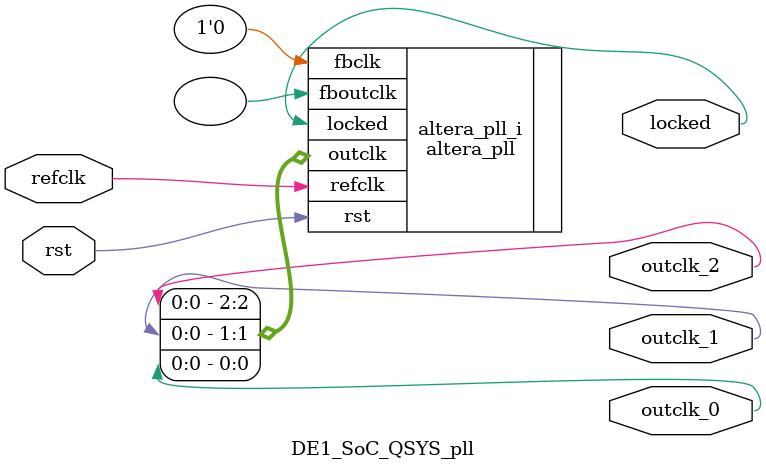
<source format=v>
`timescale 1ns/10ps
module  DE1_SoC_QSYS_pll(

	// interface 'refclk'
	input wire refclk,

	// interface 'reset'
	input wire rst,

	// interface 'outclk0'
	output wire outclk_0,

	// interface 'outclk1'
	output wire outclk_1,

	// interface 'outclk2'
	output wire outclk_2,

	// interface 'locked'
	output wire locked
);

	altera_pll #(
		.fractional_vco_multiplier("false"),
		.reference_clock_frequency("50.0 MHz"),
		.operation_mode("normal"),
		.number_of_clocks(3),
		.output_clock_frequency0("142.857142 MHz"),
		.phase_shift0("0 ps"),
		.duty_cycle0(50),
		.output_clock_frequency1("142.857142 MHz"),
		.phase_shift1("-3750 ps"),
		.duty_cycle1(50),
		.output_clock_frequency2("25.000000 MHz"),
		.phase_shift2("0 ps"),
		.duty_cycle2(50),
		.output_clock_frequency3("0 MHz"),
		.phase_shift3("0 ps"),
		.duty_cycle3(50),
		.output_clock_frequency4("0 MHz"),
		.phase_shift4("0 ps"),
		.duty_cycle4(50),
		.output_clock_frequency5("0 MHz"),
		.phase_shift5("0 ps"),
		.duty_cycle5(50),
		.output_clock_frequency6("0 MHz"),
		.phase_shift6("0 ps"),
		.duty_cycle6(50),
		.output_clock_frequency7("0 MHz"),
		.phase_shift7("0 ps"),
		.duty_cycle7(50),
		.output_clock_frequency8("0 MHz"),
		.phase_shift8("0 ps"),
		.duty_cycle8(50),
		.output_clock_frequency9("0 MHz"),
		.phase_shift9("0 ps"),
		.duty_cycle9(50),
		.output_clock_frequency10("0 MHz"),
		.phase_shift10("0 ps"),
		.duty_cycle10(50),
		.output_clock_frequency11("0 MHz"),
		.phase_shift11("0 ps"),
		.duty_cycle11(50),
		.output_clock_frequency12("0 MHz"),
		.phase_shift12("0 ps"),
		.duty_cycle12(50),
		.output_clock_frequency13("0 MHz"),
		.phase_shift13("0 ps"),
		.duty_cycle13(50),
		.output_clock_frequency14("0 MHz"),
		.phase_shift14("0 ps"),
		.duty_cycle14(50),
		.output_clock_frequency15("0 MHz"),
		.phase_shift15("0 ps"),
		.duty_cycle15(50),
		.output_clock_frequency16("0 MHz"),
		.phase_shift16("0 ps"),
		.duty_cycle16(50),
		.output_clock_frequency17("0 MHz"),
		.phase_shift17("0 ps"),
		.duty_cycle17(50),
		.pll_type("General"),
		.pll_subtype("General")
	) altera_pll_i (
		.rst	(rst),
		.outclk	({outclk_2, outclk_1, outclk_0}),
		.locked	(locked),
		.fboutclk	( ),
		.fbclk	(1'b0),
		.refclk	(refclk)
	);
endmodule


</source>
